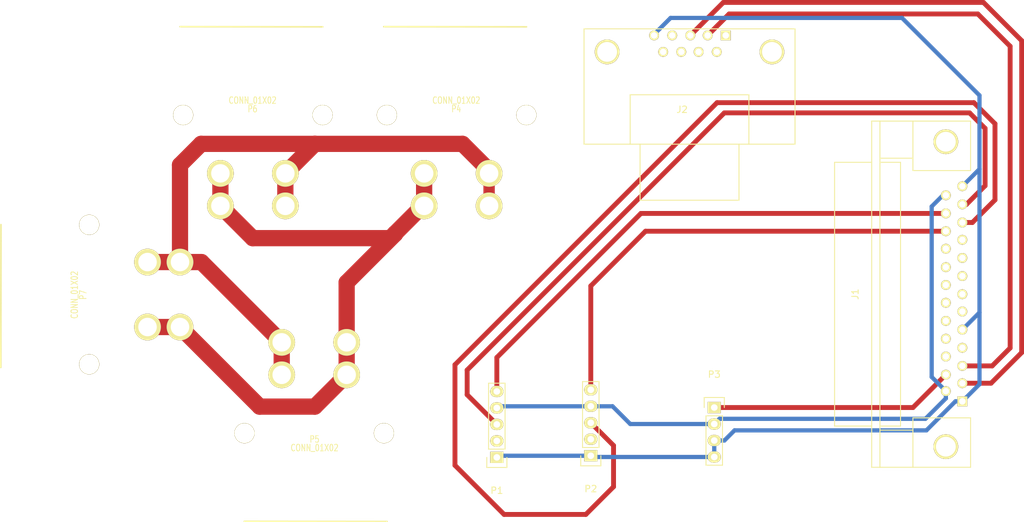
<source format=kicad_pcb>
(kicad_pcb (version 4) (host pcbnew 4.0.1-stable)

  (general
    (links 32)
    (no_connects 0)
    (area 0 0 0 0)
    (thickness 1.6)
    (drawings 0)
    (tracks 105)
    (zones 0)
    (modules 9)
    (nets 33)
  )

  (page A4)
  (layers
    (0 F.Cu signal)
    (31 B.Cu signal)
    (32 B.Adhes user)
    (33 F.Adhes user)
    (34 B.Paste user)
    (35 F.Paste user)
    (36 B.SilkS user)
    (37 F.SilkS user)
    (38 B.Mask user)
    (39 F.Mask user)
    (40 Dwgs.User user)
    (41 Cmts.User user)
    (42 Eco1.User user)
    (43 Eco2.User user)
    (44 Edge.Cuts user)
    (45 Margin user)
    (46 B.CrtYd user)
    (47 F.CrtYd user)
    (48 B.Fab user)
    (49 F.Fab user)
  )

  (setup
    (last_trace_width 2.5)
    (trace_clearance 0.2)
    (zone_clearance 0.508)
    (zone_45_only no)
    (trace_min 0.2)
    (segment_width 0.2)
    (edge_width 0.1)
    (via_size 0.6)
    (via_drill 0.4)
    (via_min_size 0.4)
    (via_min_drill 0.3)
    (uvia_size 0.3)
    (uvia_drill 0.1)
    (uvias_allowed no)
    (uvia_min_size 0.2)
    (uvia_min_drill 0.1)
    (pcb_text_width 0.3)
    (pcb_text_size 1.5 1.5)
    (mod_edge_width 0.15)
    (mod_text_size 1 1)
    (mod_text_width 0.15)
    (pad_size 1.5 1.5)
    (pad_drill 0.6)
    (pad_to_mask_clearance 0)
    (aux_axis_origin 0 0)
    (visible_elements FFFFFF7F)
    (pcbplotparams
      (layerselection 0x00030_80000001)
      (usegerberextensions false)
      (excludeedgelayer true)
      (linewidth 0.500000)
      (plotframeref false)
      (viasonmask false)
      (mode 1)
      (useauxorigin false)
      (hpglpennumber 1)
      (hpglpenspeed 20)
      (hpglpendiameter 15)
      (hpglpenoverlay 2)
      (psnegative false)
      (psa4output false)
      (plotreference true)
      (plotvalue true)
      (plotinvisibletext false)
      (padsonsilk false)
      (subtractmaskfromsilk false)
      (outputformat 1)
      (mirror false)
      (drillshape 1)
      (scaleselection 1)
      (outputdirectory ""))
  )

  (net 0 "")
  (net 1 GND)
  (net 2 RS232-Tx)
  (net 3 RS232-Rx)
  (net 4 "Net-(J1-Pad4)")
  (net 5 "Net-(J1-Pad6)")
  (net 6 "Net-(J1-Pad7)")
  (net 7 "Net-(J1-Pad8)")
  (net 8 "Net-(J1-Pad9)")
  (net 9 "Net-(J1-Pad10)")
  (net 10 RIGHT_ENC2_A)
  (net 11 LEFT_ENC1_A)
  (net 12 +5V)
  (net 13 RC1)
  (net 14 "Net-(J1-Pad16)")
  (net 15 "Net-(J1-Pad17)")
  (net 16 "Net-(J1-Pad18)")
  (net 17 "Net-(J1-Pad19)")
  (net 18 "Net-(J1-Pad20)")
  (net 19 "Net-(J1-Pad21)")
  (net 20 "Net-(J1-Pad22)")
  (net 21 RIGHT_ENC2_B)
  (net 22 LEFT_ENC1_B)
  (net 23 "Net-(J2-Pad1)")
  (net 24 "Net-(J2-Pad4)")
  (net 25 "Net-(J2-Pad6)")
  (net 26 "Net-(J2-Pad7)")
  (net 27 "Net-(J2-Pad8)")
  (net 28 "Net-(J2-Pad9)")
  (net 29 "Net-(P1-Pad2)")
  (net 30 "Net-(P2-Pad2)")
  (net 31 Battery+24V)
  (net 32 BatteryGND)

  (net_class Default "This is the default net class."
    (clearance 0.2)
    (trace_width 2.5)
    (via_dia 0.6)
    (via_drill 0.4)
    (uvia_dia 0.3)
    (uvia_drill 0.1)
    (add_net +5V)
    (add_net Battery+24V)
    (add_net BatteryGND)
    (add_net GND)
    (add_net LEFT_ENC1_A)
    (add_net LEFT_ENC1_B)
    (add_net "Net-(J1-Pad10)")
    (add_net "Net-(J1-Pad16)")
    (add_net "Net-(J1-Pad17)")
    (add_net "Net-(J1-Pad18)")
    (add_net "Net-(J1-Pad19)")
    (add_net "Net-(J1-Pad20)")
    (add_net "Net-(J1-Pad21)")
    (add_net "Net-(J1-Pad22)")
    (add_net "Net-(J1-Pad4)")
    (add_net "Net-(J1-Pad6)")
    (add_net "Net-(J1-Pad7)")
    (add_net "Net-(J1-Pad8)")
    (add_net "Net-(J1-Pad9)")
    (add_net "Net-(J2-Pad1)")
    (add_net "Net-(J2-Pad4)")
    (add_net "Net-(J2-Pad6)")
    (add_net "Net-(J2-Pad7)")
    (add_net "Net-(J2-Pad8)")
    (add_net "Net-(J2-Pad9)")
    (add_net "Net-(P1-Pad2)")
    (add_net "Net-(P2-Pad2)")
    (add_net RC1)
    (add_net RIGHT_ENC2_A)
    (add_net RIGHT_ENC2_B)
    (add_net RS232-Rx)
    (add_net RS232-Tx)
  )

  (module Connect:DB25FC (layer F.Cu) (tedit 0) (tstamp 56EA273E)
    (at 225.552 88.392 90)
    (descr "Connecteur DB25 femelle couche")
    (tags "CONN DB25")
    (path /56A32C6A)
    (fp_text reference J1 (at 0 -15.24 90) (layer F.SilkS)
      (effects (font (size 1 1) (thickness 0.15)))
    )
    (fp_text value DB25 (at 0 -6.35 90) (layer F.Fab)
      (effects (font (size 1 1) (thickness 0.15)))
    )
    (fp_line (start 26.67 -11.43) (end 26.67 2.54) (layer F.SilkS) (width 0.15))
    (fp_line (start 19.05 -6.35) (end 19.05 2.54) (layer F.SilkS) (width 0.15))
    (fp_line (start 20.955 -11.43) (end 20.955 -6.35) (layer F.SilkS) (width 0.15))
    (fp_line (start -20.955 -11.43) (end -20.955 -6.35) (layer F.SilkS) (width 0.15))
    (fp_line (start -19.05 -6.35) (end -19.05 2.54) (layer F.SilkS) (width 0.15))
    (fp_line (start -26.67 2.54) (end -26.67 -11.43) (layer F.SilkS) (width 0.15))
    (fp_line (start 26.67 -6.35) (end 19.05 -6.35) (layer F.SilkS) (width 0.15))
    (fp_line (start -26.67 -6.35) (end -19.05 -6.35) (layer F.SilkS) (width 0.15))
    (fp_line (start 20.32 -8.255) (end 20.32 -11.43) (layer F.SilkS) (width 0.15))
    (fp_line (start -20.32 -8.255) (end -20.32 -11.43) (layer F.SilkS) (width 0.15))
    (fp_line (start 20.32 -18.415) (end 20.32 -12.7) (layer F.SilkS) (width 0.15))
    (fp_line (start -20.32 -18.415) (end -20.32 -12.7) (layer F.SilkS) (width 0.15))
    (fp_line (start 26.67 -11.43) (end 26.67 -12.7) (layer F.SilkS) (width 0.15))
    (fp_line (start 26.67 -12.7) (end -26.67 -12.7) (layer F.SilkS) (width 0.15))
    (fp_line (start -26.67 -12.7) (end -26.67 -11.43) (layer F.SilkS) (width 0.15))
    (fp_line (start -26.67 -11.43) (end 26.67 -11.43) (layer F.SilkS) (width 0.15))
    (fp_line (start 19.05 2.54) (end 26.67 2.54) (layer F.SilkS) (width 0.15))
    (fp_line (start -20.32 -8.255) (end 20.32 -8.255) (layer F.SilkS) (width 0.15))
    (fp_line (start -20.32 -18.415) (end 20.32 -18.415) (layer F.SilkS) (width 0.15))
    (fp_line (start -26.67 2.54) (end -19.05 2.54) (layer F.SilkS) (width 0.15))
    (pad "" thru_hole circle (at 23.495 -1.27 90) (size 3.81 3.81) (drill 3.048) (layers *.Cu *.Mask F.SilkS))
    (pad "" thru_hole circle (at -23.495 -1.27 90) (size 3.81 3.81) (drill 3.048) (layers *.Cu *.Mask F.SilkS))
    (pad 1 thru_hole rect (at -16.51 1.27 90) (size 1.524 1.524) (drill 1.016) (layers *.Cu *.Mask F.SilkS)
      (net 1 GND))
    (pad 2 thru_hole circle (at -13.716 1.27 90) (size 1.524 1.524) (drill 1.016) (layers *.Cu *.Mask F.SilkS)
      (net 2 RS232-Tx))
    (pad 3 thru_hole circle (at -11.049 1.27 90) (size 1.524 1.524) (drill 1.016) (layers *.Cu *.Mask F.SilkS)
      (net 3 RS232-Rx))
    (pad 4 thru_hole circle (at -8.255 1.27 90) (size 1.524 1.524) (drill 1.016) (layers *.Cu *.Mask F.SilkS)
      (net 4 "Net-(J1-Pad4)"))
    (pad 5 thru_hole circle (at -5.461 1.27 90) (size 1.524 1.524) (drill 1.016) (layers *.Cu *.Mask F.SilkS)
      (net 1 GND))
    (pad 6 thru_hole circle (at -2.667 1.27 90) (size 1.524 1.524) (drill 1.016) (layers *.Cu *.Mask F.SilkS)
      (net 5 "Net-(J1-Pad6)"))
    (pad 7 thru_hole circle (at 0 1.27 90) (size 1.524 1.524) (drill 1.016) (layers *.Cu *.Mask F.SilkS)
      (net 6 "Net-(J1-Pad7)"))
    (pad 8 thru_hole circle (at 2.794 1.27 90) (size 1.524 1.524) (drill 1.016) (layers *.Cu *.Mask F.SilkS)
      (net 7 "Net-(J1-Pad8)"))
    (pad 9 thru_hole circle (at 5.588 1.27 90) (size 1.524 1.524) (drill 1.016) (layers *.Cu *.Mask F.SilkS)
      (net 8 "Net-(J1-Pad9)"))
    (pad 10 thru_hole circle (at 8.382 1.27 90) (size 1.524 1.524) (drill 1.016) (layers *.Cu *.Mask F.SilkS)
      (net 9 "Net-(J1-Pad10)"))
    (pad 11 thru_hole circle (at 11.049 1.27 90) (size 1.524 1.524) (drill 1.016) (layers *.Cu *.Mask F.SilkS)
      (net 10 RIGHT_ENC2_A))
    (pad 12 thru_hole circle (at 13.843 1.27 90) (size 1.524 1.524) (drill 1.016) (layers *.Cu *.Mask F.SilkS)
      (net 11 LEFT_ENC1_A))
    (pad 13 thru_hole circle (at 16.637 1.27 90) (size 1.524 1.524) (drill 1.016) (layers *.Cu *.Mask F.SilkS)
      (net 1 GND))
    (pad 14 thru_hole circle (at -14.9352 -1.27 90) (size 1.524 1.524) (drill 1.016) (layers *.Cu *.Mask F.SilkS)
      (net 12 +5V))
    (pad 15 thru_hole circle (at -12.3952 -1.27 90) (size 1.524 1.524) (drill 1.016) (layers *.Cu *.Mask F.SilkS)
      (net 13 RC1))
    (pad 16 thru_hole circle (at -9.6012 -1.27 90) (size 1.524 1.524) (drill 1.016) (layers *.Cu *.Mask F.SilkS)
      (net 14 "Net-(J1-Pad16)"))
    (pad 17 thru_hole circle (at -6.858 -1.27 90) (size 1.524 1.524) (drill 1.016) (layers *.Cu *.Mask F.SilkS)
      (net 15 "Net-(J1-Pad17)"))
    (pad 18 thru_hole circle (at -4.1148 -1.27 90) (size 1.524 1.524) (drill 1.016) (layers *.Cu *.Mask F.SilkS)
      (net 16 "Net-(J1-Pad18)"))
    (pad 19 thru_hole circle (at -1.3208 -1.27 90) (size 1.524 1.524) (drill 1.016) (layers *.Cu *.Mask F.SilkS)
      (net 17 "Net-(J1-Pad19)"))
    (pad 20 thru_hole circle (at 1.4224 -1.27 90) (size 1.524 1.524) (drill 1.016) (layers *.Cu *.Mask F.SilkS)
      (net 18 "Net-(J1-Pad20)"))
    (pad 21 thru_hole circle (at 4.1656 -1.27 90) (size 1.524 1.524) (drill 1.016) (layers *.Cu *.Mask F.SilkS)
      (net 19 "Net-(J1-Pad21)"))
    (pad 22 thru_hole circle (at 7.0104 -1.27 90) (size 1.524 1.524) (drill 1.016) (layers *.Cu *.Mask F.SilkS)
      (net 20 "Net-(J1-Pad22)"))
    (pad 23 thru_hole circle (at 9.7028 -1.27 90) (size 1.524 1.524) (drill 1.016) (layers *.Cu *.Mask F.SilkS)
      (net 21 RIGHT_ENC2_B))
    (pad 24 thru_hole circle (at 12.446 -1.27 90) (size 1.524 1.524) (drill 1.016) (layers *.Cu *.Mask F.SilkS)
      (net 22 LEFT_ENC1_B))
    (pad 25 thru_hole circle (at 15.24 -1.27 90) (size 1.524 1.524) (drill 1.016) (layers *.Cu *.Mask F.SilkS)
      (net 12 +5V))
    (model Connect.3dshapes/DB25FC.wrl
      (at (xyz 0 0 0))
      (scale (xyz 1 1 1))
      (rotate (xyz 0 0 0))
    )
  )

  (module Connect:DB9FC (layer F.Cu) (tedit 0) (tstamp 56EA2757)
    (at 184.912 49.784 180)
    (descr "Connecteur DB9 femelle couche")
    (tags "CONN DB9")
    (path /56C76CF2)
    (fp_text reference J2 (at 1.27 -10.16 180) (layer F.SilkS)
      (effects (font (size 1 1) (thickness 0.15)))
    )
    (fp_text value DB9 (at 1.27 -3.81 180) (layer F.Fab)
      (effects (font (size 1 1) (thickness 0.15)))
    )
    (fp_line (start -16.129 2.286) (end 16.383 2.286) (layer F.SilkS) (width 0.15))
    (fp_line (start 16.383 2.286) (end 16.383 -15.494) (layer F.SilkS) (width 0.15))
    (fp_line (start 16.383 -15.494) (end -16.129 -15.494) (layer F.SilkS) (width 0.15))
    (fp_line (start -16.129 -15.494) (end -16.129 2.286) (layer F.SilkS) (width 0.15))
    (fp_line (start -9.017 -15.494) (end -9.017 -7.874) (layer F.SilkS) (width 0.15))
    (fp_line (start -9.017 -7.874) (end 9.271 -7.874) (layer F.SilkS) (width 0.15))
    (fp_line (start 9.271 -7.874) (end 9.271 -15.494) (layer F.SilkS) (width 0.15))
    (fp_line (start -7.493 -15.494) (end -7.493 -24.13) (layer F.SilkS) (width 0.15))
    (fp_line (start -7.493 -24.13) (end 7.747 -24.13) (layer F.SilkS) (width 0.15))
    (fp_line (start 7.747 -24.13) (end 7.747 -15.494) (layer F.SilkS) (width 0.15))
    (pad "" thru_hole circle (at 12.827 -1.27 180) (size 3.81 3.81) (drill 3.048) (layers *.Cu *.Mask F.SilkS))
    (pad "" thru_hole circle (at -12.573 -1.27 180) (size 3.81 3.81) (drill 3.048) (layers *.Cu *.Mask F.SilkS))
    (pad 1 thru_hole rect (at -5.461 1.27 180) (size 1.524 1.524) (drill 1.016) (layers *.Cu *.Mask F.SilkS)
      (net 23 "Net-(J2-Pad1)"))
    (pad 2 thru_hole circle (at -2.667 1.27 180) (size 1.524 1.524) (drill 1.016) (layers *.Cu *.Mask F.SilkS)
      (net 3 RS232-Rx))
    (pad 3 thru_hole circle (at 0 1.27 180) (size 1.524 1.524) (drill 1.016) (layers *.Cu *.Mask F.SilkS)
      (net 2 RS232-Tx))
    (pad 4 thru_hole circle (at 2.794 1.27 180) (size 1.524 1.524) (drill 1.016) (layers *.Cu *.Mask F.SilkS)
      (net 24 "Net-(J2-Pad4)"))
    (pad 5 thru_hole circle (at 5.588 1.27 180) (size 1.524 1.524) (drill 1.016) (layers *.Cu *.Mask F.SilkS)
      (net 1 GND))
    (pad 6 thru_hole circle (at -4.064 -1.27 180) (size 1.524 1.524) (drill 1.016) (layers *.Cu *.Mask F.SilkS)
      (net 25 "Net-(J2-Pad6)"))
    (pad 7 thru_hole circle (at -1.27 -1.27 180) (size 1.524 1.524) (drill 1.016) (layers *.Cu *.Mask F.SilkS)
      (net 26 "Net-(J2-Pad7)"))
    (pad 8 thru_hole circle (at 1.397 -1.27 180) (size 1.524 1.524) (drill 1.016) (layers *.Cu *.Mask F.SilkS)
      (net 27 "Net-(J2-Pad8)"))
    (pad 9 thru_hole circle (at 4.191 -1.27 180) (size 1.524 1.524) (drill 1.016) (layers *.Cu *.Mask F.SilkS)
      (net 28 "Net-(J2-Pad9)"))
    (model Connect.3dshapes/DB9FC.wrl
      (at (xyz 0 0 0))
      (scale (xyz 1 1 1))
      (rotate (xyz 0 0 0))
    )
  )

  (module Pin_Headers:Pin_Header_Straight_1x05 (layer F.Cu) (tedit 54EA0684) (tstamp 56EA276B)
    (at 155.0924 113.538 180)
    (descr "Through hole pin header")
    (tags "pin header")
    (path /56A56BF7)
    (fp_text reference P1 (at 0 -5.1 180) (layer F.SilkS)
      (effects (font (size 1 1) (thickness 0.15)))
    )
    (fp_text value CONN_01X05 (at 0 -3.1 180) (layer F.Fab)
      (effects (font (size 1 1) (thickness 0.15)))
    )
    (fp_line (start -1.55 0) (end -1.55 -1.55) (layer F.SilkS) (width 0.15))
    (fp_line (start -1.55 -1.55) (end 1.55 -1.55) (layer F.SilkS) (width 0.15))
    (fp_line (start 1.55 -1.55) (end 1.55 0) (layer F.SilkS) (width 0.15))
    (fp_line (start -1.75 -1.75) (end -1.75 11.95) (layer F.CrtYd) (width 0.05))
    (fp_line (start 1.75 -1.75) (end 1.75 11.95) (layer F.CrtYd) (width 0.05))
    (fp_line (start -1.75 -1.75) (end 1.75 -1.75) (layer F.CrtYd) (width 0.05))
    (fp_line (start -1.75 11.95) (end 1.75 11.95) (layer F.CrtYd) (width 0.05))
    (fp_line (start 1.27 1.27) (end 1.27 11.43) (layer F.SilkS) (width 0.15))
    (fp_line (start 1.27 11.43) (end -1.27 11.43) (layer F.SilkS) (width 0.15))
    (fp_line (start -1.27 11.43) (end -1.27 1.27) (layer F.SilkS) (width 0.15))
    (fp_line (start 1.27 1.27) (end -1.27 1.27) (layer F.SilkS) (width 0.15))
    (pad 1 thru_hole rect (at 0 0 180) (size 2.032 1.7272) (drill 1.016) (layers *.Cu *.Mask F.SilkS)
      (net 1 GND))
    (pad 2 thru_hole oval (at 0 2.54 180) (size 2.032 1.7272) (drill 1.016) (layers *.Cu *.Mask F.SilkS)
      (net 29 "Net-(P1-Pad2)"))
    (pad 3 thru_hole oval (at 0 5.08 180) (size 2.032 1.7272) (drill 1.016) (layers *.Cu *.Mask F.SilkS)
      (net 11 LEFT_ENC1_A))
    (pad 4 thru_hole oval (at 0 7.62 180) (size 2.032 1.7272) (drill 1.016) (layers *.Cu *.Mask F.SilkS)
      (net 12 +5V))
    (pad 5 thru_hole oval (at 0 10.16 180) (size 2.032 1.7272) (drill 1.016) (layers *.Cu *.Mask F.SilkS)
      (net 22 LEFT_ENC1_B))
    (model Pin_Headers.3dshapes/Pin_Header_Straight_1x05.wrl
      (at (xyz 0 -0.2 0))
      (scale (xyz 1 1 1))
      (rotate (xyz 0 0 90))
    )
  )

  (module Pin_Headers:Pin_Header_Straight_1x05 (layer F.Cu) (tedit 54EA0684) (tstamp 56EA277F)
    (at 169.5704 113.284 180)
    (descr "Through hole pin header")
    (tags "pin header")
    (path /56A56D33)
    (fp_text reference P2 (at 0 -5.1 180) (layer F.SilkS)
      (effects (font (size 1 1) (thickness 0.15)))
    )
    (fp_text value CONN_01X05 (at 0 -3.1 180) (layer F.Fab)
      (effects (font (size 1 1) (thickness 0.15)))
    )
    (fp_line (start -1.55 0) (end -1.55 -1.55) (layer F.SilkS) (width 0.15))
    (fp_line (start -1.55 -1.55) (end 1.55 -1.55) (layer F.SilkS) (width 0.15))
    (fp_line (start 1.55 -1.55) (end 1.55 0) (layer F.SilkS) (width 0.15))
    (fp_line (start -1.75 -1.75) (end -1.75 11.95) (layer F.CrtYd) (width 0.05))
    (fp_line (start 1.75 -1.75) (end 1.75 11.95) (layer F.CrtYd) (width 0.05))
    (fp_line (start -1.75 -1.75) (end 1.75 -1.75) (layer F.CrtYd) (width 0.05))
    (fp_line (start -1.75 11.95) (end 1.75 11.95) (layer F.CrtYd) (width 0.05))
    (fp_line (start 1.27 1.27) (end 1.27 11.43) (layer F.SilkS) (width 0.15))
    (fp_line (start 1.27 11.43) (end -1.27 11.43) (layer F.SilkS) (width 0.15))
    (fp_line (start -1.27 11.43) (end -1.27 1.27) (layer F.SilkS) (width 0.15))
    (fp_line (start 1.27 1.27) (end -1.27 1.27) (layer F.SilkS) (width 0.15))
    (pad 1 thru_hole rect (at 0 0 180) (size 2.032 1.7272) (drill 1.016) (layers *.Cu *.Mask F.SilkS)
      (net 1 GND))
    (pad 2 thru_hole oval (at 0 2.54 180) (size 2.032 1.7272) (drill 1.016) (layers *.Cu *.Mask F.SilkS)
      (net 30 "Net-(P2-Pad2)"))
    (pad 3 thru_hole oval (at 0 5.08 180) (size 2.032 1.7272) (drill 1.016) (layers *.Cu *.Mask F.SilkS)
      (net 10 RIGHT_ENC2_A))
    (pad 4 thru_hole oval (at 0 7.62 180) (size 2.032 1.7272) (drill 1.016) (layers *.Cu *.Mask F.SilkS)
      (net 12 +5V))
    (pad 5 thru_hole oval (at 0 10.16 180) (size 2.032 1.7272) (drill 1.016) (layers *.Cu *.Mask F.SilkS)
      (net 21 RIGHT_ENC2_B))
    (model Pin_Headers.3dshapes/Pin_Header_Straight_1x05.wrl
      (at (xyz 0 -0.2 0))
      (scale (xyz 1 1 1))
      (rotate (xyz 0 0 90))
    )
  )

  (module Pin_Headers:Pin_Header_Straight_1x04 (layer F.Cu) (tedit 0) (tstamp 56EA2792)
    (at 188.595 105.8545)
    (descr "Through hole pin header")
    (tags "pin header")
    (path /56EA2478)
    (fp_text reference P3 (at 0 -5.1) (layer F.SilkS)
      (effects (font (size 1 1) (thickness 0.15)))
    )
    (fp_text value CONN_01X04 (at 0 -3.1) (layer F.Fab)
      (effects (font (size 1 1) (thickness 0.15)))
    )
    (fp_line (start -1.75 -1.75) (end -1.75 9.4) (layer F.CrtYd) (width 0.05))
    (fp_line (start 1.75 -1.75) (end 1.75 9.4) (layer F.CrtYd) (width 0.05))
    (fp_line (start -1.75 -1.75) (end 1.75 -1.75) (layer F.CrtYd) (width 0.05))
    (fp_line (start -1.75 9.4) (end 1.75 9.4) (layer F.CrtYd) (width 0.05))
    (fp_line (start -1.27 1.27) (end -1.27 8.89) (layer F.SilkS) (width 0.15))
    (fp_line (start 1.27 1.27) (end 1.27 8.89) (layer F.SilkS) (width 0.15))
    (fp_line (start 1.55 -1.55) (end 1.55 0) (layer F.SilkS) (width 0.15))
    (fp_line (start -1.27 8.89) (end 1.27 8.89) (layer F.SilkS) (width 0.15))
    (fp_line (start 1.27 1.27) (end -1.27 1.27) (layer F.SilkS) (width 0.15))
    (fp_line (start -1.55 0) (end -1.55 -1.55) (layer F.SilkS) (width 0.15))
    (fp_line (start -1.55 -1.55) (end 1.55 -1.55) (layer F.SilkS) (width 0.15))
    (pad 1 thru_hole rect (at 0 0) (size 2.032 1.7272) (drill 1.016) (layers *.Cu *.Mask F.SilkS)
      (net 13 RC1))
    (pad 2 thru_hole oval (at 0 2.54) (size 2.032 1.7272) (drill 1.016) (layers *.Cu *.Mask F.SilkS)
      (net 12 +5V))
    (pad 3 thru_hole oval (at 0 5.08) (size 2.032 1.7272) (drill 1.016) (layers *.Cu *.Mask F.SilkS)
      (net 1 GND))
    (pad 4 thru_hole oval (at 0 7.62) (size 2.032 1.7272) (drill 1.016) (layers *.Cu *.Mask F.SilkS)
      (net 1 GND))
    (model Pin_Headers.3dshapes/Pin_Header_Straight_1x04.wrl
      (at (xyz 0 -0.15 0))
      (scale (xyz 1 1 1))
      (rotate (xyz 0 0 90))
    )
  )

  (module MOLEX0428202213 (layer F.Cu) (tedit 0) (tstamp 56EA3796)
    (at 148.7424 60.8584 180)
    (path /56A5A362)
    (fp_text reference P4 (at -0.1016 1.016 180) (layer F.SilkS)
      (effects (font (size 1.016 0.762) (thickness 0.127)))
    )
    (fp_text value CONN_01X02 (at -0.1016 2.3368 180) (layer F.SilkS)
      (effects (font (size 1.016 0.762) (thickness 0.127)))
    )
    (fp_line (start -10.922 13.6652) (end 11.0744 13.6906) (layer F.SilkS) (width 0.254))
    (pad 1 thru_hole circle (at 4.8514 -13.9192 180) (size 4.1148 4.1148) (drill 2.8448) (layers *.Cu *.Mask F.SilkS)
      (net 31 Battery+24V) (solder_mask_margin 0.0762) (clearance 0.254))
    (pad 1 thru_hole circle (at 4.8514 -8.9154 180) (size 4.1148 4.1148) (drill 2.8448) (layers *.Cu *.Mask F.SilkS)
      (net 31 Battery+24V) (solder_mask_margin 0.0762) (clearance 0.254))
    (pad 2 thru_hole circle (at -5.1562 -13.9192 180) (size 4.1148 4.1148) (drill 2.8448) (layers *.Cu *.Mask F.SilkS)
      (net 32 BatteryGND) (solder_mask_margin 0.0762) (clearance 0.254))
    (pad 2 thru_hole circle (at -5.1562 -8.9154 180) (size 4.1148 4.1148) (drill 2.8448) (layers *.Cu *.Mask F.SilkS)
      (net 32 BatteryGND) (solder_mask_margin 0.0762) (clearance 0.254))
    (pad 3 thru_hole circle (at 10.5918 0.0762 180) (size 3.0988 3.0988) (drill 2.9972) (layers *.Cu *.Mask F.SilkS)
      (solder_mask_margin 0.0254) (clearance 0.254))
    (pad 3 thru_hole circle (at -10.8966 0.0762 180) (size 3.0988 3.0988) (drill 2.9972) (layers *.Cu *.Mask F.SilkS)
      (solder_mask_margin 0.0254) (clearance 0.254))
  )

  (module MOLEX0428202213 (layer F.Cu) (tedit 0) (tstamp 56EA37A0)
    (at 127.1016 109.728)
    (path /56EA2262)
    (fp_text reference P5 (at -0.1016 1.016) (layer F.SilkS)
      (effects (font (size 1.016 0.762) (thickness 0.127)))
    )
    (fp_text value CONN_01X02 (at -0.1016 2.3368) (layer F.SilkS)
      (effects (font (size 1.016 0.762) (thickness 0.127)))
    )
    (fp_line (start -10.922 13.6652) (end 11.0744 13.6906) (layer F.SilkS) (width 0.254))
    (pad 1 thru_hole circle (at 4.8514 -13.9192) (size 4.1148 4.1148) (drill 2.8448) (layers *.Cu *.Mask F.SilkS)
      (net 31 Battery+24V) (solder_mask_margin 0.0762) (clearance 0.254))
    (pad 1 thru_hole circle (at 4.8514 -8.9154) (size 4.1148 4.1148) (drill 2.8448) (layers *.Cu *.Mask F.SilkS)
      (net 31 Battery+24V) (solder_mask_margin 0.0762) (clearance 0.254))
    (pad 2 thru_hole circle (at -5.1562 -13.9192) (size 4.1148 4.1148) (drill 2.8448) (layers *.Cu *.Mask F.SilkS)
      (net 32 BatteryGND) (solder_mask_margin 0.0762) (clearance 0.254))
    (pad 2 thru_hole circle (at -5.1562 -8.9154) (size 4.1148 4.1148) (drill 2.8448) (layers *.Cu *.Mask F.SilkS)
      (net 32 BatteryGND) (solder_mask_margin 0.0762) (clearance 0.254))
    (pad 3 thru_hole circle (at 10.5918 0.0762) (size 3.0988 3.0988) (drill 2.9972) (layers *.Cu *.Mask F.SilkS)
      (solder_mask_margin 0.0254) (clearance 0.254))
    (pad 3 thru_hole circle (at -10.8966 0.0762) (size 3.0988 3.0988) (drill 2.9972) (layers *.Cu *.Mask F.SilkS)
      (solder_mask_margin 0.0254) (clearance 0.254))
  )

  (module MOLEX0428202213 (layer F.Cu) (tedit 0) (tstamp 56EA37AA)
    (at 117.348 60.8584 180)
    (path /56EA22BD)
    (fp_text reference P6 (at -0.1016 1.016 180) (layer F.SilkS)
      (effects (font (size 1.016 0.762) (thickness 0.127)))
    )
    (fp_text value CONN_01X02 (at -0.1016 2.3368 180) (layer F.SilkS)
      (effects (font (size 1.016 0.762) (thickness 0.127)))
    )
    (fp_line (start -10.922 13.6652) (end 11.0744 13.6906) (layer F.SilkS) (width 0.254))
    (pad 1 thru_hole circle (at 4.8514 -13.9192 180) (size 4.1148 4.1148) (drill 2.8448) (layers *.Cu *.Mask F.SilkS)
      (net 31 Battery+24V) (solder_mask_margin 0.0762) (clearance 0.254))
    (pad 1 thru_hole circle (at 4.8514 -8.9154 180) (size 4.1148 4.1148) (drill 2.8448) (layers *.Cu *.Mask F.SilkS)
      (net 31 Battery+24V) (solder_mask_margin 0.0762) (clearance 0.254))
    (pad 2 thru_hole circle (at -5.1562 -13.9192 180) (size 4.1148 4.1148) (drill 2.8448) (layers *.Cu *.Mask F.SilkS)
      (net 32 BatteryGND) (solder_mask_margin 0.0762) (clearance 0.254))
    (pad 2 thru_hole circle (at -5.1562 -8.9154 180) (size 4.1148 4.1148) (drill 2.8448) (layers *.Cu *.Mask F.SilkS)
      (net 32 BatteryGND) (solder_mask_margin 0.0762) (clearance 0.254))
    (pad 3 thru_hole circle (at 10.5918 0.0762 180) (size 3.0988 3.0988) (drill 2.9972) (layers *.Cu *.Mask F.SilkS)
      (solder_mask_margin 0.0254) (clearance 0.254))
    (pad 3 thru_hole circle (at -10.8966 0.0762 180) (size 3.0988 3.0988) (drill 2.9972) (layers *.Cu *.Mask F.SilkS)
      (solder_mask_margin 0.0254) (clearance 0.254))
  )

  (module MOLEX0428202213 (layer F.Cu) (tedit 0) (tstamp 56EA37B4)
    (at 92.3544 88.5952 270)
    (path /56A5A521)
    (fp_text reference P7 (at -0.1016 1.016 270) (layer F.SilkS)
      (effects (font (size 1.016 0.762) (thickness 0.127)))
    )
    (fp_text value CONN_01X02 (at -0.1016 2.3368 270) (layer F.SilkS)
      (effects (font (size 1.016 0.762) (thickness 0.127)))
    )
    (fp_line (start -10.922 13.6652) (end 11.0744 13.6906) (layer F.SilkS) (width 0.254))
    (pad 1 thru_hole circle (at 4.8514 -13.9192 270) (size 4.1148 4.1148) (drill 2.8448) (layers *.Cu *.Mask F.SilkS)
      (net 31 Battery+24V) (solder_mask_margin 0.0762) (clearance 0.254))
    (pad 1 thru_hole circle (at 4.8514 -8.9154 270) (size 4.1148 4.1148) (drill 2.8448) (layers *.Cu *.Mask F.SilkS)
      (net 31 Battery+24V) (solder_mask_margin 0.0762) (clearance 0.254))
    (pad 2 thru_hole circle (at -5.1562 -13.9192 270) (size 4.1148 4.1148) (drill 2.8448) (layers *.Cu *.Mask F.SilkS)
      (net 32 BatteryGND) (solder_mask_margin 0.0762) (clearance 0.254))
    (pad 2 thru_hole circle (at -5.1562 -8.9154 270) (size 4.1148 4.1148) (drill 2.8448) (layers *.Cu *.Mask F.SilkS)
      (net 32 BatteryGND) (solder_mask_margin 0.0762) (clearance 0.254))
    (pad 3 thru_hole circle (at 10.5918 0.0762 270) (size 3.0988 3.0988) (drill 2.9972) (layers *.Cu *.Mask F.SilkS)
      (solder_mask_margin 0.0254) (clearance 0.254))
    (pad 3 thru_hole circle (at -10.8966 0.0762 270) (size 3.0988 3.0988) (drill 2.9972) (layers *.Cu *.Mask F.SilkS)
      (solder_mask_margin 0.0254) (clearance 0.254))
  )

  (segment (start 169.5704 113.284) (end 155.3464 113.284) (width 0.65) (layer B.Cu) (net 1))
  (segment (start 155.3464 113.284) (end 155.0924 113.538) (width 0.65) (layer B.Cu) (net 1) (tstamp 56EA2A30))
  (segment (start 188.595 113.4745) (end 169.7609 113.4745) (width 0.65) (layer B.Cu) (net 1))
  (segment (start 169.7609 113.4745) (end 169.5704 113.284) (width 0.65) (layer B.Cu) (net 1) (tstamp 56EA2A2D))
  (segment (start 188.595 113.4745) (end 188.595 110.9345) (width 0.65) (layer B.Cu) (net 1))
  (segment (start 226.822 104.902) (end 225.7552 104.902) (width 0.65) (layer B.Cu) (net 1))
  (segment (start 190.1571 110.9345) (end 188.595 110.9345) (width 0.65) (layer B.Cu) (net 1) (tstamp 56EA2A28))
  (segment (start 191.7192 109.3724) (end 190.1571 110.9345) (width 0.65) (layer B.Cu) (net 1) (tstamp 56EA2A27))
  (segment (start 221.2848 109.3724) (end 191.7192 109.3724) (width 0.65) (layer B.Cu) (net 1) (tstamp 56EA2A25))
  (segment (start 225.7552 104.902) (end 221.2848 109.3724) (width 0.65) (layer B.Cu) (net 1) (tstamp 56EA2A24))
  (segment (start 229.4636 91.2114) (end 229.4636 102.2604) (width 0.65) (layer B.Cu) (net 1))
  (segment (start 229.4636 102.2604) (end 226.822 104.902) (width 0.65) (layer B.Cu) (net 1) (tstamp 56EA2A20))
  (segment (start 229.4636 69.1134) (end 229.4636 91.2114) (width 0.65) (layer B.Cu) (net 1))
  (segment (start 229.4636 91.2114) (end 226.822 93.853) (width 0.65) (layer B.Cu) (net 1) (tstamp 56EA2A1C))
  (segment (start 179.324 48.514) (end 179.324 48.3616) (width 0.65) (layer B.Cu) (net 1))
  (segment (start 179.324 48.3616) (end 181.864 45.8216) (width 0.65) (layer B.Cu) (net 1) (tstamp 56EA2A10))
  (segment (start 181.864 45.8216) (end 217.5256 45.8216) (width 0.65) (layer B.Cu) (net 1) (tstamp 56EA2A11))
  (segment (start 217.5256 45.8216) (end 229.4636 57.7596) (width 0.65) (layer B.Cu) (net 1) (tstamp 56EA2A12))
  (segment (start 229.4636 57.7596) (end 229.4636 69.1134) (width 0.65) (layer B.Cu) (net 1) (tstamp 56EA2A14))
  (segment (start 229.4636 69.1134) (end 226.822 71.755) (width 0.65) (layer B.Cu) (net 1) (tstamp 56EA2A16))
  (segment (start 226.822 102.108) (end 231.2416 102.108) (width 0.75) (layer F.Cu) (net 2))
  (segment (start 189.992 43.434) (end 184.912 48.514) (width 0.75) (layer F.Cu) (net 2) (tstamp 56EA2ABF))
  (segment (start 230.0732 43.434) (end 189.992 43.434) (width 0.75) (layer F.Cu) (net 2) (tstamp 56EA2ABB))
  (segment (start 235.966 49.3268) (end 230.0732 43.434) (width 0.75) (layer F.Cu) (net 2) (tstamp 56EA2AB5))
  (segment (start 235.966 97.3836) (end 235.966 49.3268) (width 0.75) (layer F.Cu) (net 2) (tstamp 56EA2AA6))
  (segment (start 231.2416 102.108) (end 235.966 97.3836) (width 0.75) (layer F.Cu) (net 2) (tstamp 56EA2A9A))
  (segment (start 226.822 99.441) (end 231.4194 99.441) (width 0.75) (layer F.Cu) (net 3))
  (segment (start 190.881 45.212) (end 187.579 48.514) (width 0.75) (layer F.Cu) (net 3) (tstamp 56EA2AD6))
  (segment (start 229.2096 45.212) (end 190.881 45.212) (width 0.75) (layer F.Cu) (net 3) (tstamp 56EA2AD2))
  (segment (start 234.188 50.1904) (end 229.2096 45.212) (width 0.75) (layer F.Cu) (net 3) (tstamp 56EA2ACD))
  (segment (start 234.188 96.6724) (end 234.188 50.1904) (width 0.75) (layer F.Cu) (net 3) (tstamp 56EA2AC9))
  (segment (start 231.4194 99.441) (end 234.188 96.6724) (width 0.75) (layer F.Cu) (net 3) (tstamp 56EA2AC6))
  (segment (start 226.822 77.343) (end 228.3714 77.343) (width 0.75) (layer F.Cu) (net 10))
  (segment (start 173.0756 111.7092) (end 169.5704 108.204) (width 0.75) (layer F.Cu) (net 10) (tstamp 56EA2B41))
  (segment (start 173.0756 118.0592) (end 173.0756 111.7092) (width 0.75) (layer F.Cu) (net 10) (tstamp 56EA2B3F))
  (segment (start 168.8084 122.3264) (end 173.0756 118.0592) (width 0.75) (layer F.Cu) (net 10) (tstamp 56EA2B3D))
  (segment (start 156.21 122.3264) (end 168.8084 122.3264) (width 0.75) (layer F.Cu) (net 10) (tstamp 56EA2B3B))
  (segment (start 148.6408 114.7572) (end 156.21 122.3264) (width 0.75) (layer F.Cu) (net 10) (tstamp 56EA2B39))
  (segment (start 148.6408 99.2632) (end 148.6408 114.7572) (width 0.75) (layer F.Cu) (net 10) (tstamp 56EA2B33))
  (segment (start 189.0268 58.8772) (end 148.6408 99.2632) (width 0.75) (layer F.Cu) (net 10) (tstamp 56EA2B28))
  (segment (start 228.6 58.8772) (end 189.0268 58.8772) (width 0.75) (layer F.Cu) (net 10) (tstamp 56EA2B1E))
  (segment (start 231.8512 62.1284) (end 228.6 58.8772) (width 0.75) (layer F.Cu) (net 10) (tstamp 56EA2B1C))
  (segment (start 231.8512 73.8632) (end 231.8512 62.1284) (width 0.75) (layer F.Cu) (net 10) (tstamp 56EA2B12))
  (segment (start 228.3714 77.343) (end 231.8512 73.8632) (width 0.75) (layer F.Cu) (net 10) (tstamp 56EA2AFA))
  (segment (start 226.822 74.549) (end 227.457 74.549) (width 0.75) (layer F.Cu) (net 11))
  (segment (start 227.457 74.549) (end 230.3272 71.6788) (width 0.75) (layer F.Cu) (net 11) (tstamp 56EA2B4D))
  (segment (start 230.3272 71.6788) (end 230.3272 62.8396) (width 0.75) (layer F.Cu) (net 11) (tstamp 56EA2B51))
  (segment (start 230.3272 62.8396) (end 227.9396 60.452) (width 0.75) (layer F.Cu) (net 11) (tstamp 56EA2B52))
  (segment (start 227.9396 60.452) (end 190.1444 60.452) (width 0.75) (layer F.Cu) (net 11) (tstamp 56EA2B54))
  (segment (start 190.1444 60.452) (end 150.5204 100.076) (width 0.75) (layer F.Cu) (net 11) (tstamp 56EA2B57))
  (segment (start 150.5204 100.076) (end 150.5204 103.886) (width 0.75) (layer F.Cu) (net 11) (tstamp 56EA2B5C))
  (segment (start 150.5204 103.886) (end 155.0924 108.458) (width 0.75) (layer F.Cu) (net 11) (tstamp 56EA2B5F))
  (segment (start 169.5704 105.664) (end 155.3464 105.664) (width 0.65) (layer B.Cu) (net 12))
  (segment (start 155.3464 105.664) (end 155.0924 105.918) (width 0.65) (layer B.Cu) (net 12) (tstamp 56EA2A44))
  (segment (start 188.595 108.3945) (end 175.6537 108.3945) (width 0.65) (layer B.Cu) (net 12))
  (segment (start 172.9232 105.664) (end 169.5704 105.664) (width 0.65) (layer B.Cu) (net 12) (tstamp 56EA2A40))
  (segment (start 175.6537 108.3945) (end 172.9232 105.664) (width 0.65) (layer B.Cu) (net 12) (tstamp 56EA2A3E))
  (segment (start 224.282 103.3272) (end 224.282 104.4448) (width 0.65) (layer B.Cu) (net 12))
  (segment (start 189.3951 107.5944) (end 188.595 108.3945) (width 0.65) (layer B.Cu) (net 12) (tstamp 56EA2A3B))
  (segment (start 221.1324 107.5944) (end 189.3951 107.5944) (width 0.65) (layer B.Cu) (net 12) (tstamp 56EA2A39))
  (segment (start 224.282 104.4448) (end 221.1324 107.5944) (width 0.65) (layer B.Cu) (net 12) (tstamp 56EA2A38))
  (segment (start 224.282 73.152) (end 223.8248 73.152) (width 0.65) (layer B.Cu) (net 12))
  (segment (start 223.8248 73.152) (end 222.0976 74.8792) (width 0.65) (layer B.Cu) (net 12) (tstamp 56EA2A33))
  (segment (start 222.0976 74.8792) (end 222.0976 101.1428) (width 0.65) (layer B.Cu) (net 12) (tstamp 56EA2A34))
  (segment (start 222.0976 101.1428) (end 224.282 103.3272) (width 0.65) (layer B.Cu) (net 12) (tstamp 56EA2A35))
  (segment (start 188.595 105.8545) (end 219.2147 105.8545) (width 0.75) (layer F.Cu) (net 13))
  (segment (start 219.2147 105.8545) (end 224.282 100.7872) (width 0.75) (layer F.Cu) (net 13) (tstamp 56EA2B69))
  (segment (start 224.282 78.6892) (end 178.0032 78.6892) (width 0.75) (layer F.Cu) (net 21))
  (segment (start 169.5704 87.122) (end 169.5704 103.124) (width 0.75) (layer F.Cu) (net 21) (tstamp 56EA2B88))
  (segment (start 178.0032 78.6892) (end 169.5704 87.122) (width 0.75) (layer F.Cu) (net 21) (tstamp 56EA2B82))
  (segment (start 224.282 75.946) (end 177.292 75.946) (width 0.75) (layer F.Cu) (net 22))
  (segment (start 155.0924 98.1456) (end 155.0924 103.378) (width 0.75) (layer F.Cu) (net 22) (tstamp 56EA2B7C))
  (segment (start 177.292 75.946) (end 155.0924 98.1456) (width 0.75) (layer F.Cu) (net 22) (tstamp 56EA2B76))
  (segment (start 139.4206 79.0194) (end 139.4206 79.121) (width 2.5) (layer F.Cu) (net 31))
  (segment (start 131.953 86.5886) (end 131.953 100.8126) (width 2.5) (layer F.Cu) (net 31) (tstamp 56EA398F) (status 800000))
  (segment (start 139.4206 79.121) (end 131.953 86.5886) (width 2.5) (layer F.Cu) (net 31) (tstamp 56EA398A))
  (segment (start 131.953 100.8126) (end 127.0508 105.7148) (width 2.5) (layer F.Cu) (net 31) (tstamp 56EA3990) (status 400000))
  (segment (start 118.5418 105.7148) (end 106.2736 93.4466) (width 2.5) (layer F.Cu) (net 31) (tstamp 56EA3997) (status 800000))
  (segment (start 127.0508 105.7148) (end 118.5418 105.7148) (width 2.5) (layer F.Cu) (net 31) (tstamp 56EA3991))
  (segment (start 106.2736 93.4466) (end 101.2698 93.4466) (width 2.5) (layer F.Cu) (net 31) (tstamp 56EA399A) (status C00000))
  (segment (start 143.891 74.7776) (end 143.6624 74.7776) (width 2.5) (layer F.Cu) (net 31) (status C00000))
  (segment (start 143.6624 74.7776) (end 139.4206 79.0194) (width 2.5) (layer F.Cu) (net 31) (tstamp 56EA394C) (status 400000))
  (segment (start 139.4206 79.0194) (end 138.684 79.756) (width 2.5) (layer F.Cu) (net 31) (tstamp 56EA3988))
  (segment (start 117.475 79.756) (end 112.4966 74.7776) (width 2.5) (layer F.Cu) (net 31) (tstamp 56EA395C) (status 800000))
  (segment (start 138.684 79.756) (end 117.475 79.756) (width 2.5) (layer F.Cu) (net 31) (tstamp 56EA3959))
  (segment (start 112.4966 74.7776) (end 112.4966 69.7738) (width 2.5) (layer F.Cu) (net 31) (tstamp 56EA395D) (status C00000))
  (segment (start 143.891 74.7776) (end 143.891 69.7738) (width 2.5) (layer F.Cu) (net 31) (status C00000))
  (segment (start 101.2698 93.4466) (end 106.2736 93.4466) (width 1.75) (layer F.Cu) (net 31) (status C00000))
  (segment (start 131.953 100.8126) (end 131.953 95.8088) (width 1.75) (layer F.Cu) (net 31) (status C00000))
  (segment (start 112.4966 69.7738) (end 112.4966 74.7776) (width 1.75) (layer F.Cu) (net 31) (status C00000))
  (segment (start 121.9454 95.8088) (end 121.9454 100.8126) (width 2.5) (layer F.Cu) (net 32) (status C00000))
  (segment (start 106.2736 83.439) (end 109.5756 83.439) (width 2.5) (layer F.Cu) (net 32) (status 400000))
  (segment (start 109.5756 83.439) (end 121.9454 95.8088) (width 2.5) (layer F.Cu) (net 32) (tstamp 56EA39A5) (status 800000))
  (segment (start 127.0508 65.2272) (end 109.5248 65.2272) (width 2.5) (layer F.Cu) (net 32))
  (segment (start 106.2736 68.4784) (end 106.2736 83.439) (width 2.5) (layer F.Cu) (net 32) (tstamp 56EA396C) (status 800000))
  (segment (start 109.5248 65.2272) (end 106.2736 68.4784) (width 2.5) (layer F.Cu) (net 32) (tstamp 56EA3967))
  (segment (start 106.2736 83.439) (end 101.2698 83.439) (width 2.5) (layer F.Cu) (net 32) (tstamp 56EA396F) (status C00000))
  (segment (start 153.8986 69.7738) (end 153.8986 69.3166) (width 2.5) (layer F.Cu) (net 32) (status C00000))
  (segment (start 153.8986 69.3166) (end 149.8092 65.2272) (width 2.5) (layer F.Cu) (net 32) (tstamp 56EA3934) (status 400000))
  (segment (start 127.0508 65.2272) (end 122.5042 69.7738) (width 2.5) (layer F.Cu) (net 32) (tstamp 56EA393D) (status 800000))
  (segment (start 149.8092 65.2272) (end 127.0508 65.2272) (width 2.5) (layer F.Cu) (net 32) (tstamp 56EA393A))
  (segment (start 122.5042 69.7738) (end 122.5042 74.7776) (width 2.5) (layer F.Cu) (net 32) (tstamp 56EA393E) (status C00000))
  (segment (start 101.2698 83.439) (end 106.2736 83.439) (width 1.75) (layer F.Cu) (net 32) (status C00000))
  (segment (start 122.5042 69.7738) (end 122.5042 74.7776) (width 1.75) (layer F.Cu) (net 32) (status C00000))
  (segment (start 153.8986 69.7738) (end 153.8986 74.7776) (width 1.75) (layer F.Cu) (net 32) (status C00000))

)

</source>
